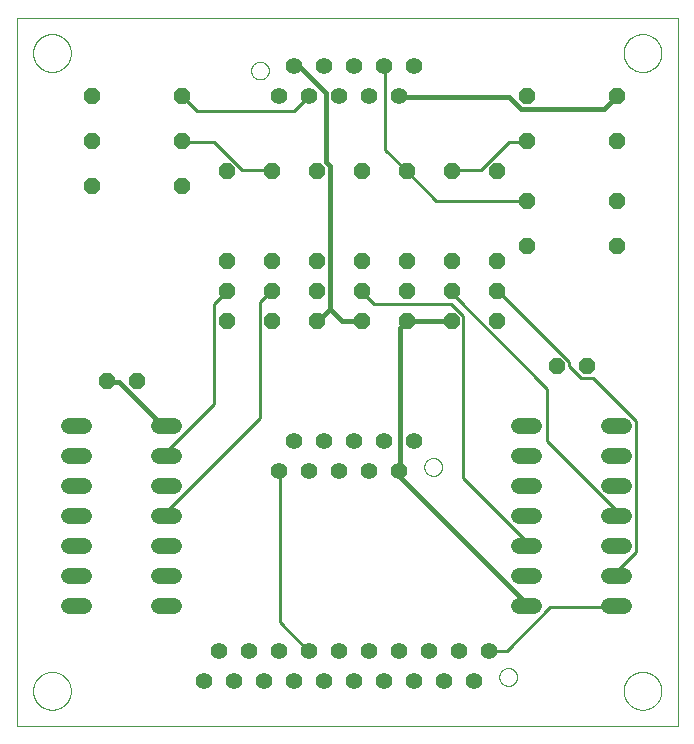
<source format=gbl>
G75*
%MOIN*%
%OFA0B0*%
%FSLAX25Y25*%
%IPPOS*%
%LPD*%
%AMOC8*
5,1,8,0,0,1.08239X$1,22.5*
%
%ADD10C,0.00000*%
%ADD11OC8,0.05200*%
%ADD12C,0.05200*%
%ADD13C,0.05600*%
%ADD14C,0.01600*%
%ADD15C,0.01000*%
D10*
X0001000Y0001000D02*
X0001000Y0237220D01*
X0221472Y0237220D01*
X0221472Y0001000D01*
X0001000Y0001000D01*
X0006512Y0012811D02*
X0006514Y0012969D01*
X0006520Y0013127D01*
X0006530Y0013285D01*
X0006544Y0013443D01*
X0006562Y0013600D01*
X0006583Y0013757D01*
X0006609Y0013913D01*
X0006639Y0014069D01*
X0006672Y0014224D01*
X0006710Y0014377D01*
X0006751Y0014530D01*
X0006796Y0014682D01*
X0006845Y0014833D01*
X0006898Y0014982D01*
X0006954Y0015130D01*
X0007014Y0015276D01*
X0007078Y0015421D01*
X0007146Y0015564D01*
X0007217Y0015706D01*
X0007291Y0015846D01*
X0007369Y0015983D01*
X0007451Y0016119D01*
X0007535Y0016253D01*
X0007624Y0016384D01*
X0007715Y0016513D01*
X0007810Y0016640D01*
X0007907Y0016765D01*
X0008008Y0016887D01*
X0008112Y0017006D01*
X0008219Y0017123D01*
X0008329Y0017237D01*
X0008442Y0017348D01*
X0008557Y0017457D01*
X0008675Y0017562D01*
X0008796Y0017664D01*
X0008919Y0017764D01*
X0009045Y0017860D01*
X0009173Y0017953D01*
X0009303Y0018043D01*
X0009436Y0018129D01*
X0009571Y0018213D01*
X0009707Y0018292D01*
X0009846Y0018369D01*
X0009987Y0018441D01*
X0010129Y0018511D01*
X0010273Y0018576D01*
X0010419Y0018638D01*
X0010566Y0018696D01*
X0010715Y0018751D01*
X0010865Y0018802D01*
X0011016Y0018849D01*
X0011168Y0018892D01*
X0011321Y0018931D01*
X0011476Y0018967D01*
X0011631Y0018998D01*
X0011787Y0019026D01*
X0011943Y0019050D01*
X0012100Y0019070D01*
X0012258Y0019086D01*
X0012415Y0019098D01*
X0012574Y0019106D01*
X0012732Y0019110D01*
X0012890Y0019110D01*
X0013048Y0019106D01*
X0013207Y0019098D01*
X0013364Y0019086D01*
X0013522Y0019070D01*
X0013679Y0019050D01*
X0013835Y0019026D01*
X0013991Y0018998D01*
X0014146Y0018967D01*
X0014301Y0018931D01*
X0014454Y0018892D01*
X0014606Y0018849D01*
X0014757Y0018802D01*
X0014907Y0018751D01*
X0015056Y0018696D01*
X0015203Y0018638D01*
X0015349Y0018576D01*
X0015493Y0018511D01*
X0015635Y0018441D01*
X0015776Y0018369D01*
X0015915Y0018292D01*
X0016051Y0018213D01*
X0016186Y0018129D01*
X0016319Y0018043D01*
X0016449Y0017953D01*
X0016577Y0017860D01*
X0016703Y0017764D01*
X0016826Y0017664D01*
X0016947Y0017562D01*
X0017065Y0017457D01*
X0017180Y0017348D01*
X0017293Y0017237D01*
X0017403Y0017123D01*
X0017510Y0017006D01*
X0017614Y0016887D01*
X0017715Y0016765D01*
X0017812Y0016640D01*
X0017907Y0016513D01*
X0017998Y0016384D01*
X0018087Y0016253D01*
X0018171Y0016119D01*
X0018253Y0015983D01*
X0018331Y0015846D01*
X0018405Y0015706D01*
X0018476Y0015564D01*
X0018544Y0015421D01*
X0018608Y0015276D01*
X0018668Y0015130D01*
X0018724Y0014982D01*
X0018777Y0014833D01*
X0018826Y0014682D01*
X0018871Y0014530D01*
X0018912Y0014377D01*
X0018950Y0014224D01*
X0018983Y0014069D01*
X0019013Y0013913D01*
X0019039Y0013757D01*
X0019060Y0013600D01*
X0019078Y0013443D01*
X0019092Y0013285D01*
X0019102Y0013127D01*
X0019108Y0012969D01*
X0019110Y0012811D01*
X0019108Y0012653D01*
X0019102Y0012495D01*
X0019092Y0012337D01*
X0019078Y0012179D01*
X0019060Y0012022D01*
X0019039Y0011865D01*
X0019013Y0011709D01*
X0018983Y0011553D01*
X0018950Y0011398D01*
X0018912Y0011245D01*
X0018871Y0011092D01*
X0018826Y0010940D01*
X0018777Y0010789D01*
X0018724Y0010640D01*
X0018668Y0010492D01*
X0018608Y0010346D01*
X0018544Y0010201D01*
X0018476Y0010058D01*
X0018405Y0009916D01*
X0018331Y0009776D01*
X0018253Y0009639D01*
X0018171Y0009503D01*
X0018087Y0009369D01*
X0017998Y0009238D01*
X0017907Y0009109D01*
X0017812Y0008982D01*
X0017715Y0008857D01*
X0017614Y0008735D01*
X0017510Y0008616D01*
X0017403Y0008499D01*
X0017293Y0008385D01*
X0017180Y0008274D01*
X0017065Y0008165D01*
X0016947Y0008060D01*
X0016826Y0007958D01*
X0016703Y0007858D01*
X0016577Y0007762D01*
X0016449Y0007669D01*
X0016319Y0007579D01*
X0016186Y0007493D01*
X0016051Y0007409D01*
X0015915Y0007330D01*
X0015776Y0007253D01*
X0015635Y0007181D01*
X0015493Y0007111D01*
X0015349Y0007046D01*
X0015203Y0006984D01*
X0015056Y0006926D01*
X0014907Y0006871D01*
X0014757Y0006820D01*
X0014606Y0006773D01*
X0014454Y0006730D01*
X0014301Y0006691D01*
X0014146Y0006655D01*
X0013991Y0006624D01*
X0013835Y0006596D01*
X0013679Y0006572D01*
X0013522Y0006552D01*
X0013364Y0006536D01*
X0013207Y0006524D01*
X0013048Y0006516D01*
X0012890Y0006512D01*
X0012732Y0006512D01*
X0012574Y0006516D01*
X0012415Y0006524D01*
X0012258Y0006536D01*
X0012100Y0006552D01*
X0011943Y0006572D01*
X0011787Y0006596D01*
X0011631Y0006624D01*
X0011476Y0006655D01*
X0011321Y0006691D01*
X0011168Y0006730D01*
X0011016Y0006773D01*
X0010865Y0006820D01*
X0010715Y0006871D01*
X0010566Y0006926D01*
X0010419Y0006984D01*
X0010273Y0007046D01*
X0010129Y0007111D01*
X0009987Y0007181D01*
X0009846Y0007253D01*
X0009707Y0007330D01*
X0009571Y0007409D01*
X0009436Y0007493D01*
X0009303Y0007579D01*
X0009173Y0007669D01*
X0009045Y0007762D01*
X0008919Y0007858D01*
X0008796Y0007958D01*
X0008675Y0008060D01*
X0008557Y0008165D01*
X0008442Y0008274D01*
X0008329Y0008385D01*
X0008219Y0008499D01*
X0008112Y0008616D01*
X0008008Y0008735D01*
X0007907Y0008857D01*
X0007810Y0008982D01*
X0007715Y0009109D01*
X0007624Y0009238D01*
X0007535Y0009369D01*
X0007451Y0009503D01*
X0007369Y0009639D01*
X0007291Y0009776D01*
X0007217Y0009916D01*
X0007146Y0010058D01*
X0007078Y0010201D01*
X0007014Y0010346D01*
X0006954Y0010492D01*
X0006898Y0010640D01*
X0006845Y0010789D01*
X0006796Y0010940D01*
X0006751Y0011092D01*
X0006710Y0011245D01*
X0006672Y0011398D01*
X0006639Y0011553D01*
X0006609Y0011709D01*
X0006583Y0011865D01*
X0006562Y0012022D01*
X0006544Y0012179D01*
X0006530Y0012337D01*
X0006520Y0012495D01*
X0006514Y0012653D01*
X0006512Y0012811D01*
X0136925Y0087437D02*
X0136927Y0087545D01*
X0136933Y0087654D01*
X0136943Y0087762D01*
X0136957Y0087869D01*
X0136975Y0087976D01*
X0136996Y0088083D01*
X0137022Y0088188D01*
X0137052Y0088293D01*
X0137085Y0088396D01*
X0137122Y0088498D01*
X0137163Y0088598D01*
X0137207Y0088697D01*
X0137256Y0088795D01*
X0137307Y0088890D01*
X0137362Y0088983D01*
X0137421Y0089075D01*
X0137483Y0089164D01*
X0137548Y0089251D01*
X0137616Y0089335D01*
X0137687Y0089417D01*
X0137761Y0089496D01*
X0137838Y0089572D01*
X0137918Y0089646D01*
X0138001Y0089716D01*
X0138086Y0089784D01*
X0138173Y0089848D01*
X0138263Y0089909D01*
X0138355Y0089967D01*
X0138449Y0090021D01*
X0138545Y0090072D01*
X0138642Y0090119D01*
X0138742Y0090163D01*
X0138843Y0090203D01*
X0138945Y0090239D01*
X0139048Y0090271D01*
X0139153Y0090300D01*
X0139259Y0090324D01*
X0139365Y0090345D01*
X0139472Y0090362D01*
X0139580Y0090375D01*
X0139688Y0090384D01*
X0139797Y0090389D01*
X0139905Y0090390D01*
X0140014Y0090387D01*
X0140122Y0090380D01*
X0140230Y0090369D01*
X0140337Y0090354D01*
X0140444Y0090335D01*
X0140550Y0090312D01*
X0140655Y0090286D01*
X0140760Y0090255D01*
X0140862Y0090221D01*
X0140964Y0090183D01*
X0141064Y0090141D01*
X0141163Y0090096D01*
X0141260Y0090047D01*
X0141354Y0089994D01*
X0141447Y0089938D01*
X0141538Y0089879D01*
X0141627Y0089816D01*
X0141713Y0089751D01*
X0141797Y0089682D01*
X0141878Y0089610D01*
X0141956Y0089535D01*
X0142032Y0089457D01*
X0142105Y0089376D01*
X0142175Y0089293D01*
X0142241Y0089208D01*
X0142305Y0089120D01*
X0142365Y0089029D01*
X0142422Y0088937D01*
X0142475Y0088842D01*
X0142525Y0088746D01*
X0142571Y0088648D01*
X0142614Y0088548D01*
X0142653Y0088447D01*
X0142688Y0088344D01*
X0142720Y0088241D01*
X0142747Y0088136D01*
X0142771Y0088030D01*
X0142791Y0087923D01*
X0142807Y0087816D01*
X0142819Y0087708D01*
X0142827Y0087600D01*
X0142831Y0087491D01*
X0142831Y0087383D01*
X0142827Y0087274D01*
X0142819Y0087166D01*
X0142807Y0087058D01*
X0142791Y0086951D01*
X0142771Y0086844D01*
X0142747Y0086738D01*
X0142720Y0086633D01*
X0142688Y0086530D01*
X0142653Y0086427D01*
X0142614Y0086326D01*
X0142571Y0086226D01*
X0142525Y0086128D01*
X0142475Y0086032D01*
X0142422Y0085937D01*
X0142365Y0085845D01*
X0142305Y0085754D01*
X0142241Y0085666D01*
X0142175Y0085581D01*
X0142105Y0085498D01*
X0142032Y0085417D01*
X0141956Y0085339D01*
X0141878Y0085264D01*
X0141797Y0085192D01*
X0141713Y0085123D01*
X0141627Y0085058D01*
X0141538Y0084995D01*
X0141447Y0084936D01*
X0141355Y0084880D01*
X0141260Y0084827D01*
X0141163Y0084778D01*
X0141064Y0084733D01*
X0140964Y0084691D01*
X0140862Y0084653D01*
X0140760Y0084619D01*
X0140655Y0084588D01*
X0140550Y0084562D01*
X0140444Y0084539D01*
X0140337Y0084520D01*
X0140230Y0084505D01*
X0140122Y0084494D01*
X0140014Y0084487D01*
X0139905Y0084484D01*
X0139797Y0084485D01*
X0139688Y0084490D01*
X0139580Y0084499D01*
X0139472Y0084512D01*
X0139365Y0084529D01*
X0139259Y0084550D01*
X0139153Y0084574D01*
X0139048Y0084603D01*
X0138945Y0084635D01*
X0138843Y0084671D01*
X0138742Y0084711D01*
X0138642Y0084755D01*
X0138545Y0084802D01*
X0138449Y0084853D01*
X0138355Y0084907D01*
X0138263Y0084965D01*
X0138173Y0085026D01*
X0138086Y0085090D01*
X0138001Y0085158D01*
X0137918Y0085228D01*
X0137838Y0085302D01*
X0137761Y0085378D01*
X0137687Y0085457D01*
X0137616Y0085539D01*
X0137548Y0085623D01*
X0137483Y0085710D01*
X0137421Y0085799D01*
X0137362Y0085891D01*
X0137307Y0085984D01*
X0137256Y0086079D01*
X0137207Y0086177D01*
X0137163Y0086276D01*
X0137122Y0086376D01*
X0137085Y0086478D01*
X0137052Y0086581D01*
X0137022Y0086686D01*
X0136996Y0086791D01*
X0136975Y0086898D01*
X0136957Y0087005D01*
X0136943Y0087112D01*
X0136933Y0087220D01*
X0136927Y0087329D01*
X0136925Y0087437D01*
X0161925Y0017437D02*
X0161927Y0017545D01*
X0161933Y0017654D01*
X0161943Y0017762D01*
X0161957Y0017869D01*
X0161975Y0017976D01*
X0161996Y0018083D01*
X0162022Y0018188D01*
X0162052Y0018293D01*
X0162085Y0018396D01*
X0162122Y0018498D01*
X0162163Y0018598D01*
X0162207Y0018697D01*
X0162256Y0018795D01*
X0162307Y0018890D01*
X0162362Y0018983D01*
X0162421Y0019075D01*
X0162483Y0019164D01*
X0162548Y0019251D01*
X0162616Y0019335D01*
X0162687Y0019417D01*
X0162761Y0019496D01*
X0162838Y0019572D01*
X0162918Y0019646D01*
X0163001Y0019716D01*
X0163086Y0019784D01*
X0163173Y0019848D01*
X0163263Y0019909D01*
X0163355Y0019967D01*
X0163449Y0020021D01*
X0163545Y0020072D01*
X0163642Y0020119D01*
X0163742Y0020163D01*
X0163843Y0020203D01*
X0163945Y0020239D01*
X0164048Y0020271D01*
X0164153Y0020300D01*
X0164259Y0020324D01*
X0164365Y0020345D01*
X0164472Y0020362D01*
X0164580Y0020375D01*
X0164688Y0020384D01*
X0164797Y0020389D01*
X0164905Y0020390D01*
X0165014Y0020387D01*
X0165122Y0020380D01*
X0165230Y0020369D01*
X0165337Y0020354D01*
X0165444Y0020335D01*
X0165550Y0020312D01*
X0165655Y0020286D01*
X0165760Y0020255D01*
X0165862Y0020221D01*
X0165964Y0020183D01*
X0166064Y0020141D01*
X0166163Y0020096D01*
X0166260Y0020047D01*
X0166354Y0019994D01*
X0166447Y0019938D01*
X0166538Y0019879D01*
X0166627Y0019816D01*
X0166713Y0019751D01*
X0166797Y0019682D01*
X0166878Y0019610D01*
X0166956Y0019535D01*
X0167032Y0019457D01*
X0167105Y0019376D01*
X0167175Y0019293D01*
X0167241Y0019208D01*
X0167305Y0019120D01*
X0167365Y0019029D01*
X0167422Y0018937D01*
X0167475Y0018842D01*
X0167525Y0018746D01*
X0167571Y0018648D01*
X0167614Y0018548D01*
X0167653Y0018447D01*
X0167688Y0018344D01*
X0167720Y0018241D01*
X0167747Y0018136D01*
X0167771Y0018030D01*
X0167791Y0017923D01*
X0167807Y0017816D01*
X0167819Y0017708D01*
X0167827Y0017600D01*
X0167831Y0017491D01*
X0167831Y0017383D01*
X0167827Y0017274D01*
X0167819Y0017166D01*
X0167807Y0017058D01*
X0167791Y0016951D01*
X0167771Y0016844D01*
X0167747Y0016738D01*
X0167720Y0016633D01*
X0167688Y0016530D01*
X0167653Y0016427D01*
X0167614Y0016326D01*
X0167571Y0016226D01*
X0167525Y0016128D01*
X0167475Y0016032D01*
X0167422Y0015937D01*
X0167365Y0015845D01*
X0167305Y0015754D01*
X0167241Y0015666D01*
X0167175Y0015581D01*
X0167105Y0015498D01*
X0167032Y0015417D01*
X0166956Y0015339D01*
X0166878Y0015264D01*
X0166797Y0015192D01*
X0166713Y0015123D01*
X0166627Y0015058D01*
X0166538Y0014995D01*
X0166447Y0014936D01*
X0166355Y0014880D01*
X0166260Y0014827D01*
X0166163Y0014778D01*
X0166064Y0014733D01*
X0165964Y0014691D01*
X0165862Y0014653D01*
X0165760Y0014619D01*
X0165655Y0014588D01*
X0165550Y0014562D01*
X0165444Y0014539D01*
X0165337Y0014520D01*
X0165230Y0014505D01*
X0165122Y0014494D01*
X0165014Y0014487D01*
X0164905Y0014484D01*
X0164797Y0014485D01*
X0164688Y0014490D01*
X0164580Y0014499D01*
X0164472Y0014512D01*
X0164365Y0014529D01*
X0164259Y0014550D01*
X0164153Y0014574D01*
X0164048Y0014603D01*
X0163945Y0014635D01*
X0163843Y0014671D01*
X0163742Y0014711D01*
X0163642Y0014755D01*
X0163545Y0014802D01*
X0163449Y0014853D01*
X0163355Y0014907D01*
X0163263Y0014965D01*
X0163173Y0015026D01*
X0163086Y0015090D01*
X0163001Y0015158D01*
X0162918Y0015228D01*
X0162838Y0015302D01*
X0162761Y0015378D01*
X0162687Y0015457D01*
X0162616Y0015539D01*
X0162548Y0015623D01*
X0162483Y0015710D01*
X0162421Y0015799D01*
X0162362Y0015891D01*
X0162307Y0015984D01*
X0162256Y0016079D01*
X0162207Y0016177D01*
X0162163Y0016276D01*
X0162122Y0016376D01*
X0162085Y0016478D01*
X0162052Y0016581D01*
X0162022Y0016686D01*
X0161996Y0016791D01*
X0161975Y0016898D01*
X0161957Y0017005D01*
X0161943Y0017112D01*
X0161933Y0017220D01*
X0161927Y0017329D01*
X0161925Y0017437D01*
X0203362Y0012811D02*
X0203364Y0012969D01*
X0203370Y0013127D01*
X0203380Y0013285D01*
X0203394Y0013443D01*
X0203412Y0013600D01*
X0203433Y0013757D01*
X0203459Y0013913D01*
X0203489Y0014069D01*
X0203522Y0014224D01*
X0203560Y0014377D01*
X0203601Y0014530D01*
X0203646Y0014682D01*
X0203695Y0014833D01*
X0203748Y0014982D01*
X0203804Y0015130D01*
X0203864Y0015276D01*
X0203928Y0015421D01*
X0203996Y0015564D01*
X0204067Y0015706D01*
X0204141Y0015846D01*
X0204219Y0015983D01*
X0204301Y0016119D01*
X0204385Y0016253D01*
X0204474Y0016384D01*
X0204565Y0016513D01*
X0204660Y0016640D01*
X0204757Y0016765D01*
X0204858Y0016887D01*
X0204962Y0017006D01*
X0205069Y0017123D01*
X0205179Y0017237D01*
X0205292Y0017348D01*
X0205407Y0017457D01*
X0205525Y0017562D01*
X0205646Y0017664D01*
X0205769Y0017764D01*
X0205895Y0017860D01*
X0206023Y0017953D01*
X0206153Y0018043D01*
X0206286Y0018129D01*
X0206421Y0018213D01*
X0206557Y0018292D01*
X0206696Y0018369D01*
X0206837Y0018441D01*
X0206979Y0018511D01*
X0207123Y0018576D01*
X0207269Y0018638D01*
X0207416Y0018696D01*
X0207565Y0018751D01*
X0207715Y0018802D01*
X0207866Y0018849D01*
X0208018Y0018892D01*
X0208171Y0018931D01*
X0208326Y0018967D01*
X0208481Y0018998D01*
X0208637Y0019026D01*
X0208793Y0019050D01*
X0208950Y0019070D01*
X0209108Y0019086D01*
X0209265Y0019098D01*
X0209424Y0019106D01*
X0209582Y0019110D01*
X0209740Y0019110D01*
X0209898Y0019106D01*
X0210057Y0019098D01*
X0210214Y0019086D01*
X0210372Y0019070D01*
X0210529Y0019050D01*
X0210685Y0019026D01*
X0210841Y0018998D01*
X0210996Y0018967D01*
X0211151Y0018931D01*
X0211304Y0018892D01*
X0211456Y0018849D01*
X0211607Y0018802D01*
X0211757Y0018751D01*
X0211906Y0018696D01*
X0212053Y0018638D01*
X0212199Y0018576D01*
X0212343Y0018511D01*
X0212485Y0018441D01*
X0212626Y0018369D01*
X0212765Y0018292D01*
X0212901Y0018213D01*
X0213036Y0018129D01*
X0213169Y0018043D01*
X0213299Y0017953D01*
X0213427Y0017860D01*
X0213553Y0017764D01*
X0213676Y0017664D01*
X0213797Y0017562D01*
X0213915Y0017457D01*
X0214030Y0017348D01*
X0214143Y0017237D01*
X0214253Y0017123D01*
X0214360Y0017006D01*
X0214464Y0016887D01*
X0214565Y0016765D01*
X0214662Y0016640D01*
X0214757Y0016513D01*
X0214848Y0016384D01*
X0214937Y0016253D01*
X0215021Y0016119D01*
X0215103Y0015983D01*
X0215181Y0015846D01*
X0215255Y0015706D01*
X0215326Y0015564D01*
X0215394Y0015421D01*
X0215458Y0015276D01*
X0215518Y0015130D01*
X0215574Y0014982D01*
X0215627Y0014833D01*
X0215676Y0014682D01*
X0215721Y0014530D01*
X0215762Y0014377D01*
X0215800Y0014224D01*
X0215833Y0014069D01*
X0215863Y0013913D01*
X0215889Y0013757D01*
X0215910Y0013600D01*
X0215928Y0013443D01*
X0215942Y0013285D01*
X0215952Y0013127D01*
X0215958Y0012969D01*
X0215960Y0012811D01*
X0215958Y0012653D01*
X0215952Y0012495D01*
X0215942Y0012337D01*
X0215928Y0012179D01*
X0215910Y0012022D01*
X0215889Y0011865D01*
X0215863Y0011709D01*
X0215833Y0011553D01*
X0215800Y0011398D01*
X0215762Y0011245D01*
X0215721Y0011092D01*
X0215676Y0010940D01*
X0215627Y0010789D01*
X0215574Y0010640D01*
X0215518Y0010492D01*
X0215458Y0010346D01*
X0215394Y0010201D01*
X0215326Y0010058D01*
X0215255Y0009916D01*
X0215181Y0009776D01*
X0215103Y0009639D01*
X0215021Y0009503D01*
X0214937Y0009369D01*
X0214848Y0009238D01*
X0214757Y0009109D01*
X0214662Y0008982D01*
X0214565Y0008857D01*
X0214464Y0008735D01*
X0214360Y0008616D01*
X0214253Y0008499D01*
X0214143Y0008385D01*
X0214030Y0008274D01*
X0213915Y0008165D01*
X0213797Y0008060D01*
X0213676Y0007958D01*
X0213553Y0007858D01*
X0213427Y0007762D01*
X0213299Y0007669D01*
X0213169Y0007579D01*
X0213036Y0007493D01*
X0212901Y0007409D01*
X0212765Y0007330D01*
X0212626Y0007253D01*
X0212485Y0007181D01*
X0212343Y0007111D01*
X0212199Y0007046D01*
X0212053Y0006984D01*
X0211906Y0006926D01*
X0211757Y0006871D01*
X0211607Y0006820D01*
X0211456Y0006773D01*
X0211304Y0006730D01*
X0211151Y0006691D01*
X0210996Y0006655D01*
X0210841Y0006624D01*
X0210685Y0006596D01*
X0210529Y0006572D01*
X0210372Y0006552D01*
X0210214Y0006536D01*
X0210057Y0006524D01*
X0209898Y0006516D01*
X0209740Y0006512D01*
X0209582Y0006512D01*
X0209424Y0006516D01*
X0209265Y0006524D01*
X0209108Y0006536D01*
X0208950Y0006552D01*
X0208793Y0006572D01*
X0208637Y0006596D01*
X0208481Y0006624D01*
X0208326Y0006655D01*
X0208171Y0006691D01*
X0208018Y0006730D01*
X0207866Y0006773D01*
X0207715Y0006820D01*
X0207565Y0006871D01*
X0207416Y0006926D01*
X0207269Y0006984D01*
X0207123Y0007046D01*
X0206979Y0007111D01*
X0206837Y0007181D01*
X0206696Y0007253D01*
X0206557Y0007330D01*
X0206421Y0007409D01*
X0206286Y0007493D01*
X0206153Y0007579D01*
X0206023Y0007669D01*
X0205895Y0007762D01*
X0205769Y0007858D01*
X0205646Y0007958D01*
X0205525Y0008060D01*
X0205407Y0008165D01*
X0205292Y0008274D01*
X0205179Y0008385D01*
X0205069Y0008499D01*
X0204962Y0008616D01*
X0204858Y0008735D01*
X0204757Y0008857D01*
X0204660Y0008982D01*
X0204565Y0009109D01*
X0204474Y0009238D01*
X0204385Y0009369D01*
X0204301Y0009503D01*
X0204219Y0009639D01*
X0204141Y0009776D01*
X0204067Y0009916D01*
X0203996Y0010058D01*
X0203928Y0010201D01*
X0203864Y0010346D01*
X0203804Y0010492D01*
X0203748Y0010640D01*
X0203695Y0010789D01*
X0203646Y0010940D01*
X0203601Y0011092D01*
X0203560Y0011245D01*
X0203522Y0011398D01*
X0203489Y0011553D01*
X0203459Y0011709D01*
X0203433Y0011865D01*
X0203412Y0012022D01*
X0203394Y0012179D01*
X0203380Y0012337D01*
X0203370Y0012495D01*
X0203364Y0012653D01*
X0203362Y0012811D01*
X0079169Y0219563D02*
X0079171Y0219671D01*
X0079177Y0219780D01*
X0079187Y0219888D01*
X0079201Y0219995D01*
X0079219Y0220102D01*
X0079240Y0220209D01*
X0079266Y0220314D01*
X0079296Y0220419D01*
X0079329Y0220522D01*
X0079366Y0220624D01*
X0079407Y0220724D01*
X0079451Y0220823D01*
X0079500Y0220921D01*
X0079551Y0221016D01*
X0079606Y0221109D01*
X0079665Y0221201D01*
X0079727Y0221290D01*
X0079792Y0221377D01*
X0079860Y0221461D01*
X0079931Y0221543D01*
X0080005Y0221622D01*
X0080082Y0221698D01*
X0080162Y0221772D01*
X0080245Y0221842D01*
X0080330Y0221910D01*
X0080417Y0221974D01*
X0080507Y0222035D01*
X0080599Y0222093D01*
X0080693Y0222147D01*
X0080789Y0222198D01*
X0080886Y0222245D01*
X0080986Y0222289D01*
X0081087Y0222329D01*
X0081189Y0222365D01*
X0081292Y0222397D01*
X0081397Y0222426D01*
X0081503Y0222450D01*
X0081609Y0222471D01*
X0081716Y0222488D01*
X0081824Y0222501D01*
X0081932Y0222510D01*
X0082041Y0222515D01*
X0082149Y0222516D01*
X0082258Y0222513D01*
X0082366Y0222506D01*
X0082474Y0222495D01*
X0082581Y0222480D01*
X0082688Y0222461D01*
X0082794Y0222438D01*
X0082899Y0222412D01*
X0083004Y0222381D01*
X0083106Y0222347D01*
X0083208Y0222309D01*
X0083308Y0222267D01*
X0083407Y0222222D01*
X0083504Y0222173D01*
X0083598Y0222120D01*
X0083691Y0222064D01*
X0083782Y0222005D01*
X0083871Y0221942D01*
X0083957Y0221877D01*
X0084041Y0221808D01*
X0084122Y0221736D01*
X0084200Y0221661D01*
X0084276Y0221583D01*
X0084349Y0221502D01*
X0084419Y0221419D01*
X0084485Y0221334D01*
X0084549Y0221246D01*
X0084609Y0221155D01*
X0084666Y0221063D01*
X0084719Y0220968D01*
X0084769Y0220872D01*
X0084815Y0220774D01*
X0084858Y0220674D01*
X0084897Y0220573D01*
X0084932Y0220470D01*
X0084964Y0220367D01*
X0084991Y0220262D01*
X0085015Y0220156D01*
X0085035Y0220049D01*
X0085051Y0219942D01*
X0085063Y0219834D01*
X0085071Y0219726D01*
X0085075Y0219617D01*
X0085075Y0219509D01*
X0085071Y0219400D01*
X0085063Y0219292D01*
X0085051Y0219184D01*
X0085035Y0219077D01*
X0085015Y0218970D01*
X0084991Y0218864D01*
X0084964Y0218759D01*
X0084932Y0218656D01*
X0084897Y0218553D01*
X0084858Y0218452D01*
X0084815Y0218352D01*
X0084769Y0218254D01*
X0084719Y0218158D01*
X0084666Y0218063D01*
X0084609Y0217971D01*
X0084549Y0217880D01*
X0084485Y0217792D01*
X0084419Y0217707D01*
X0084349Y0217624D01*
X0084276Y0217543D01*
X0084200Y0217465D01*
X0084122Y0217390D01*
X0084041Y0217318D01*
X0083957Y0217249D01*
X0083871Y0217184D01*
X0083782Y0217121D01*
X0083691Y0217062D01*
X0083599Y0217006D01*
X0083504Y0216953D01*
X0083407Y0216904D01*
X0083308Y0216859D01*
X0083208Y0216817D01*
X0083106Y0216779D01*
X0083004Y0216745D01*
X0082899Y0216714D01*
X0082794Y0216688D01*
X0082688Y0216665D01*
X0082581Y0216646D01*
X0082474Y0216631D01*
X0082366Y0216620D01*
X0082258Y0216613D01*
X0082149Y0216610D01*
X0082041Y0216611D01*
X0081932Y0216616D01*
X0081824Y0216625D01*
X0081716Y0216638D01*
X0081609Y0216655D01*
X0081503Y0216676D01*
X0081397Y0216700D01*
X0081292Y0216729D01*
X0081189Y0216761D01*
X0081087Y0216797D01*
X0080986Y0216837D01*
X0080886Y0216881D01*
X0080789Y0216928D01*
X0080693Y0216979D01*
X0080599Y0217033D01*
X0080507Y0217091D01*
X0080417Y0217152D01*
X0080330Y0217216D01*
X0080245Y0217284D01*
X0080162Y0217354D01*
X0080082Y0217428D01*
X0080005Y0217504D01*
X0079931Y0217583D01*
X0079860Y0217665D01*
X0079792Y0217749D01*
X0079727Y0217836D01*
X0079665Y0217925D01*
X0079606Y0218017D01*
X0079551Y0218110D01*
X0079500Y0218205D01*
X0079451Y0218303D01*
X0079407Y0218402D01*
X0079366Y0218502D01*
X0079329Y0218604D01*
X0079296Y0218707D01*
X0079266Y0218812D01*
X0079240Y0218917D01*
X0079219Y0219024D01*
X0079201Y0219131D01*
X0079187Y0219238D01*
X0079177Y0219346D01*
X0079171Y0219455D01*
X0079169Y0219563D01*
X0006512Y0225409D02*
X0006514Y0225567D01*
X0006520Y0225725D01*
X0006530Y0225883D01*
X0006544Y0226041D01*
X0006562Y0226198D01*
X0006583Y0226355D01*
X0006609Y0226511D01*
X0006639Y0226667D01*
X0006672Y0226822D01*
X0006710Y0226975D01*
X0006751Y0227128D01*
X0006796Y0227280D01*
X0006845Y0227431D01*
X0006898Y0227580D01*
X0006954Y0227728D01*
X0007014Y0227874D01*
X0007078Y0228019D01*
X0007146Y0228162D01*
X0007217Y0228304D01*
X0007291Y0228444D01*
X0007369Y0228581D01*
X0007451Y0228717D01*
X0007535Y0228851D01*
X0007624Y0228982D01*
X0007715Y0229111D01*
X0007810Y0229238D01*
X0007907Y0229363D01*
X0008008Y0229485D01*
X0008112Y0229604D01*
X0008219Y0229721D01*
X0008329Y0229835D01*
X0008442Y0229946D01*
X0008557Y0230055D01*
X0008675Y0230160D01*
X0008796Y0230262D01*
X0008919Y0230362D01*
X0009045Y0230458D01*
X0009173Y0230551D01*
X0009303Y0230641D01*
X0009436Y0230727D01*
X0009571Y0230811D01*
X0009707Y0230890D01*
X0009846Y0230967D01*
X0009987Y0231039D01*
X0010129Y0231109D01*
X0010273Y0231174D01*
X0010419Y0231236D01*
X0010566Y0231294D01*
X0010715Y0231349D01*
X0010865Y0231400D01*
X0011016Y0231447D01*
X0011168Y0231490D01*
X0011321Y0231529D01*
X0011476Y0231565D01*
X0011631Y0231596D01*
X0011787Y0231624D01*
X0011943Y0231648D01*
X0012100Y0231668D01*
X0012258Y0231684D01*
X0012415Y0231696D01*
X0012574Y0231704D01*
X0012732Y0231708D01*
X0012890Y0231708D01*
X0013048Y0231704D01*
X0013207Y0231696D01*
X0013364Y0231684D01*
X0013522Y0231668D01*
X0013679Y0231648D01*
X0013835Y0231624D01*
X0013991Y0231596D01*
X0014146Y0231565D01*
X0014301Y0231529D01*
X0014454Y0231490D01*
X0014606Y0231447D01*
X0014757Y0231400D01*
X0014907Y0231349D01*
X0015056Y0231294D01*
X0015203Y0231236D01*
X0015349Y0231174D01*
X0015493Y0231109D01*
X0015635Y0231039D01*
X0015776Y0230967D01*
X0015915Y0230890D01*
X0016051Y0230811D01*
X0016186Y0230727D01*
X0016319Y0230641D01*
X0016449Y0230551D01*
X0016577Y0230458D01*
X0016703Y0230362D01*
X0016826Y0230262D01*
X0016947Y0230160D01*
X0017065Y0230055D01*
X0017180Y0229946D01*
X0017293Y0229835D01*
X0017403Y0229721D01*
X0017510Y0229604D01*
X0017614Y0229485D01*
X0017715Y0229363D01*
X0017812Y0229238D01*
X0017907Y0229111D01*
X0017998Y0228982D01*
X0018087Y0228851D01*
X0018171Y0228717D01*
X0018253Y0228581D01*
X0018331Y0228444D01*
X0018405Y0228304D01*
X0018476Y0228162D01*
X0018544Y0228019D01*
X0018608Y0227874D01*
X0018668Y0227728D01*
X0018724Y0227580D01*
X0018777Y0227431D01*
X0018826Y0227280D01*
X0018871Y0227128D01*
X0018912Y0226975D01*
X0018950Y0226822D01*
X0018983Y0226667D01*
X0019013Y0226511D01*
X0019039Y0226355D01*
X0019060Y0226198D01*
X0019078Y0226041D01*
X0019092Y0225883D01*
X0019102Y0225725D01*
X0019108Y0225567D01*
X0019110Y0225409D01*
X0019108Y0225251D01*
X0019102Y0225093D01*
X0019092Y0224935D01*
X0019078Y0224777D01*
X0019060Y0224620D01*
X0019039Y0224463D01*
X0019013Y0224307D01*
X0018983Y0224151D01*
X0018950Y0223996D01*
X0018912Y0223843D01*
X0018871Y0223690D01*
X0018826Y0223538D01*
X0018777Y0223387D01*
X0018724Y0223238D01*
X0018668Y0223090D01*
X0018608Y0222944D01*
X0018544Y0222799D01*
X0018476Y0222656D01*
X0018405Y0222514D01*
X0018331Y0222374D01*
X0018253Y0222237D01*
X0018171Y0222101D01*
X0018087Y0221967D01*
X0017998Y0221836D01*
X0017907Y0221707D01*
X0017812Y0221580D01*
X0017715Y0221455D01*
X0017614Y0221333D01*
X0017510Y0221214D01*
X0017403Y0221097D01*
X0017293Y0220983D01*
X0017180Y0220872D01*
X0017065Y0220763D01*
X0016947Y0220658D01*
X0016826Y0220556D01*
X0016703Y0220456D01*
X0016577Y0220360D01*
X0016449Y0220267D01*
X0016319Y0220177D01*
X0016186Y0220091D01*
X0016051Y0220007D01*
X0015915Y0219928D01*
X0015776Y0219851D01*
X0015635Y0219779D01*
X0015493Y0219709D01*
X0015349Y0219644D01*
X0015203Y0219582D01*
X0015056Y0219524D01*
X0014907Y0219469D01*
X0014757Y0219418D01*
X0014606Y0219371D01*
X0014454Y0219328D01*
X0014301Y0219289D01*
X0014146Y0219253D01*
X0013991Y0219222D01*
X0013835Y0219194D01*
X0013679Y0219170D01*
X0013522Y0219150D01*
X0013364Y0219134D01*
X0013207Y0219122D01*
X0013048Y0219114D01*
X0012890Y0219110D01*
X0012732Y0219110D01*
X0012574Y0219114D01*
X0012415Y0219122D01*
X0012258Y0219134D01*
X0012100Y0219150D01*
X0011943Y0219170D01*
X0011787Y0219194D01*
X0011631Y0219222D01*
X0011476Y0219253D01*
X0011321Y0219289D01*
X0011168Y0219328D01*
X0011016Y0219371D01*
X0010865Y0219418D01*
X0010715Y0219469D01*
X0010566Y0219524D01*
X0010419Y0219582D01*
X0010273Y0219644D01*
X0010129Y0219709D01*
X0009987Y0219779D01*
X0009846Y0219851D01*
X0009707Y0219928D01*
X0009571Y0220007D01*
X0009436Y0220091D01*
X0009303Y0220177D01*
X0009173Y0220267D01*
X0009045Y0220360D01*
X0008919Y0220456D01*
X0008796Y0220556D01*
X0008675Y0220658D01*
X0008557Y0220763D01*
X0008442Y0220872D01*
X0008329Y0220983D01*
X0008219Y0221097D01*
X0008112Y0221214D01*
X0008008Y0221333D01*
X0007907Y0221455D01*
X0007810Y0221580D01*
X0007715Y0221707D01*
X0007624Y0221836D01*
X0007535Y0221967D01*
X0007451Y0222101D01*
X0007369Y0222237D01*
X0007291Y0222374D01*
X0007217Y0222514D01*
X0007146Y0222656D01*
X0007078Y0222799D01*
X0007014Y0222944D01*
X0006954Y0223090D01*
X0006898Y0223238D01*
X0006845Y0223387D01*
X0006796Y0223538D01*
X0006751Y0223690D01*
X0006710Y0223843D01*
X0006672Y0223996D01*
X0006639Y0224151D01*
X0006609Y0224307D01*
X0006583Y0224463D01*
X0006562Y0224620D01*
X0006544Y0224777D01*
X0006530Y0224935D01*
X0006520Y0225093D01*
X0006514Y0225251D01*
X0006512Y0225409D01*
X0203362Y0225409D02*
X0203364Y0225567D01*
X0203370Y0225725D01*
X0203380Y0225883D01*
X0203394Y0226041D01*
X0203412Y0226198D01*
X0203433Y0226355D01*
X0203459Y0226511D01*
X0203489Y0226667D01*
X0203522Y0226822D01*
X0203560Y0226975D01*
X0203601Y0227128D01*
X0203646Y0227280D01*
X0203695Y0227431D01*
X0203748Y0227580D01*
X0203804Y0227728D01*
X0203864Y0227874D01*
X0203928Y0228019D01*
X0203996Y0228162D01*
X0204067Y0228304D01*
X0204141Y0228444D01*
X0204219Y0228581D01*
X0204301Y0228717D01*
X0204385Y0228851D01*
X0204474Y0228982D01*
X0204565Y0229111D01*
X0204660Y0229238D01*
X0204757Y0229363D01*
X0204858Y0229485D01*
X0204962Y0229604D01*
X0205069Y0229721D01*
X0205179Y0229835D01*
X0205292Y0229946D01*
X0205407Y0230055D01*
X0205525Y0230160D01*
X0205646Y0230262D01*
X0205769Y0230362D01*
X0205895Y0230458D01*
X0206023Y0230551D01*
X0206153Y0230641D01*
X0206286Y0230727D01*
X0206421Y0230811D01*
X0206557Y0230890D01*
X0206696Y0230967D01*
X0206837Y0231039D01*
X0206979Y0231109D01*
X0207123Y0231174D01*
X0207269Y0231236D01*
X0207416Y0231294D01*
X0207565Y0231349D01*
X0207715Y0231400D01*
X0207866Y0231447D01*
X0208018Y0231490D01*
X0208171Y0231529D01*
X0208326Y0231565D01*
X0208481Y0231596D01*
X0208637Y0231624D01*
X0208793Y0231648D01*
X0208950Y0231668D01*
X0209108Y0231684D01*
X0209265Y0231696D01*
X0209424Y0231704D01*
X0209582Y0231708D01*
X0209740Y0231708D01*
X0209898Y0231704D01*
X0210057Y0231696D01*
X0210214Y0231684D01*
X0210372Y0231668D01*
X0210529Y0231648D01*
X0210685Y0231624D01*
X0210841Y0231596D01*
X0210996Y0231565D01*
X0211151Y0231529D01*
X0211304Y0231490D01*
X0211456Y0231447D01*
X0211607Y0231400D01*
X0211757Y0231349D01*
X0211906Y0231294D01*
X0212053Y0231236D01*
X0212199Y0231174D01*
X0212343Y0231109D01*
X0212485Y0231039D01*
X0212626Y0230967D01*
X0212765Y0230890D01*
X0212901Y0230811D01*
X0213036Y0230727D01*
X0213169Y0230641D01*
X0213299Y0230551D01*
X0213427Y0230458D01*
X0213553Y0230362D01*
X0213676Y0230262D01*
X0213797Y0230160D01*
X0213915Y0230055D01*
X0214030Y0229946D01*
X0214143Y0229835D01*
X0214253Y0229721D01*
X0214360Y0229604D01*
X0214464Y0229485D01*
X0214565Y0229363D01*
X0214662Y0229238D01*
X0214757Y0229111D01*
X0214848Y0228982D01*
X0214937Y0228851D01*
X0215021Y0228717D01*
X0215103Y0228581D01*
X0215181Y0228444D01*
X0215255Y0228304D01*
X0215326Y0228162D01*
X0215394Y0228019D01*
X0215458Y0227874D01*
X0215518Y0227728D01*
X0215574Y0227580D01*
X0215627Y0227431D01*
X0215676Y0227280D01*
X0215721Y0227128D01*
X0215762Y0226975D01*
X0215800Y0226822D01*
X0215833Y0226667D01*
X0215863Y0226511D01*
X0215889Y0226355D01*
X0215910Y0226198D01*
X0215928Y0226041D01*
X0215942Y0225883D01*
X0215952Y0225725D01*
X0215958Y0225567D01*
X0215960Y0225409D01*
X0215958Y0225251D01*
X0215952Y0225093D01*
X0215942Y0224935D01*
X0215928Y0224777D01*
X0215910Y0224620D01*
X0215889Y0224463D01*
X0215863Y0224307D01*
X0215833Y0224151D01*
X0215800Y0223996D01*
X0215762Y0223843D01*
X0215721Y0223690D01*
X0215676Y0223538D01*
X0215627Y0223387D01*
X0215574Y0223238D01*
X0215518Y0223090D01*
X0215458Y0222944D01*
X0215394Y0222799D01*
X0215326Y0222656D01*
X0215255Y0222514D01*
X0215181Y0222374D01*
X0215103Y0222237D01*
X0215021Y0222101D01*
X0214937Y0221967D01*
X0214848Y0221836D01*
X0214757Y0221707D01*
X0214662Y0221580D01*
X0214565Y0221455D01*
X0214464Y0221333D01*
X0214360Y0221214D01*
X0214253Y0221097D01*
X0214143Y0220983D01*
X0214030Y0220872D01*
X0213915Y0220763D01*
X0213797Y0220658D01*
X0213676Y0220556D01*
X0213553Y0220456D01*
X0213427Y0220360D01*
X0213299Y0220267D01*
X0213169Y0220177D01*
X0213036Y0220091D01*
X0212901Y0220007D01*
X0212765Y0219928D01*
X0212626Y0219851D01*
X0212485Y0219779D01*
X0212343Y0219709D01*
X0212199Y0219644D01*
X0212053Y0219582D01*
X0211906Y0219524D01*
X0211757Y0219469D01*
X0211607Y0219418D01*
X0211456Y0219371D01*
X0211304Y0219328D01*
X0211151Y0219289D01*
X0210996Y0219253D01*
X0210841Y0219222D01*
X0210685Y0219194D01*
X0210529Y0219170D01*
X0210372Y0219150D01*
X0210214Y0219134D01*
X0210057Y0219122D01*
X0209898Y0219114D01*
X0209740Y0219110D01*
X0209582Y0219110D01*
X0209424Y0219114D01*
X0209265Y0219122D01*
X0209108Y0219134D01*
X0208950Y0219150D01*
X0208793Y0219170D01*
X0208637Y0219194D01*
X0208481Y0219222D01*
X0208326Y0219253D01*
X0208171Y0219289D01*
X0208018Y0219328D01*
X0207866Y0219371D01*
X0207715Y0219418D01*
X0207565Y0219469D01*
X0207416Y0219524D01*
X0207269Y0219582D01*
X0207123Y0219644D01*
X0206979Y0219709D01*
X0206837Y0219779D01*
X0206696Y0219851D01*
X0206557Y0219928D01*
X0206421Y0220007D01*
X0206286Y0220091D01*
X0206153Y0220177D01*
X0206023Y0220267D01*
X0205895Y0220360D01*
X0205769Y0220456D01*
X0205646Y0220556D01*
X0205525Y0220658D01*
X0205407Y0220763D01*
X0205292Y0220872D01*
X0205179Y0220983D01*
X0205069Y0221097D01*
X0204962Y0221214D01*
X0204858Y0221333D01*
X0204757Y0221455D01*
X0204660Y0221580D01*
X0204565Y0221707D01*
X0204474Y0221836D01*
X0204385Y0221967D01*
X0204301Y0222101D01*
X0204219Y0222237D01*
X0204141Y0222374D01*
X0204067Y0222514D01*
X0203996Y0222656D01*
X0203928Y0222799D01*
X0203864Y0222944D01*
X0203804Y0223090D01*
X0203748Y0223238D01*
X0203695Y0223387D01*
X0203646Y0223538D01*
X0203601Y0223690D01*
X0203560Y0223843D01*
X0203522Y0223996D01*
X0203489Y0224151D01*
X0203459Y0224307D01*
X0203433Y0224463D01*
X0203412Y0224620D01*
X0203394Y0224777D01*
X0203380Y0224935D01*
X0203370Y0225093D01*
X0203364Y0225251D01*
X0203362Y0225409D01*
D11*
X0201000Y0211000D03*
X0201000Y0196000D03*
X0201000Y0176000D03*
X0201000Y0161000D03*
X0171000Y0161000D03*
X0161000Y0156000D03*
X0161000Y0146000D03*
X0161000Y0136000D03*
X0146000Y0136000D03*
X0146000Y0146000D03*
X0146000Y0156000D03*
X0131000Y0156000D03*
X0131000Y0146000D03*
X0131000Y0136000D03*
X0116000Y0136000D03*
X0116000Y0146000D03*
X0116000Y0156000D03*
X0101000Y0156000D03*
X0101000Y0146000D03*
X0101000Y0136000D03*
X0086000Y0136000D03*
X0086000Y0146000D03*
X0086000Y0156000D03*
X0071000Y0156000D03*
X0071000Y0146000D03*
X0071000Y0136000D03*
X0041000Y0116000D03*
X0031000Y0116000D03*
X0026000Y0181000D03*
X0026000Y0196000D03*
X0026000Y0211000D03*
X0056000Y0211000D03*
X0056000Y0196000D03*
X0071000Y0186000D03*
X0056000Y0181000D03*
X0086000Y0186000D03*
X0101000Y0186000D03*
X0116000Y0186000D03*
X0131000Y0186000D03*
X0146000Y0186000D03*
X0161000Y0186000D03*
X0171000Y0196000D03*
X0171000Y0211000D03*
X0171000Y0176000D03*
X0181000Y0121000D03*
X0191000Y0121000D03*
D12*
X0198400Y0101000D02*
X0203600Y0101000D01*
X0203600Y0091000D02*
X0198400Y0091000D01*
X0198400Y0081000D02*
X0203600Y0081000D01*
X0203600Y0071000D02*
X0198400Y0071000D01*
X0198400Y0061000D02*
X0203600Y0061000D01*
X0203600Y0051000D02*
X0198400Y0051000D01*
X0198400Y0041000D02*
X0203600Y0041000D01*
X0173600Y0041000D02*
X0168400Y0041000D01*
X0168400Y0051000D02*
X0173600Y0051000D01*
X0173600Y0061000D02*
X0168400Y0061000D01*
X0168400Y0071000D02*
X0173600Y0071000D01*
X0173600Y0081000D02*
X0168400Y0081000D01*
X0168400Y0091000D02*
X0173600Y0091000D01*
X0173600Y0101000D02*
X0168400Y0101000D01*
X0053600Y0101000D02*
X0048400Y0101000D01*
X0048400Y0091000D02*
X0053600Y0091000D01*
X0053600Y0081000D02*
X0048400Y0081000D01*
X0048400Y0071000D02*
X0053600Y0071000D01*
X0053600Y0061000D02*
X0048400Y0061000D01*
X0048400Y0051000D02*
X0053600Y0051000D01*
X0053600Y0041000D02*
X0048400Y0041000D01*
X0023600Y0041000D02*
X0018400Y0041000D01*
X0018400Y0051000D02*
X0023600Y0051000D01*
X0023600Y0061000D02*
X0018400Y0061000D01*
X0018400Y0071000D02*
X0023600Y0071000D01*
X0023600Y0081000D02*
X0018400Y0081000D01*
X0018400Y0091000D02*
X0023600Y0091000D01*
X0023600Y0101000D02*
X0018400Y0101000D01*
D13*
X0088500Y0086000D03*
X0093500Y0096000D03*
X0103500Y0096000D03*
X0098500Y0086000D03*
X0108500Y0086000D03*
X0113500Y0096000D03*
X0123500Y0096000D03*
X0118500Y0086000D03*
X0128500Y0086000D03*
X0133500Y0096000D03*
X0128500Y0026000D03*
X0118500Y0026000D03*
X0113500Y0016000D03*
X0123500Y0016000D03*
X0133500Y0016000D03*
X0143500Y0016000D03*
X0153500Y0016000D03*
X0148500Y0026000D03*
X0138500Y0026000D03*
X0158500Y0026000D03*
X0108500Y0026000D03*
X0098500Y0026000D03*
X0093500Y0016000D03*
X0103500Y0016000D03*
X0088500Y0026000D03*
X0078500Y0026000D03*
X0073500Y0016000D03*
X0083500Y0016000D03*
X0068500Y0026000D03*
X0063500Y0016000D03*
X0088500Y0211000D03*
X0093500Y0221000D03*
X0103500Y0221000D03*
X0098500Y0211000D03*
X0108500Y0211000D03*
X0113500Y0221000D03*
X0123500Y0221000D03*
X0118500Y0211000D03*
X0128500Y0211000D03*
X0133500Y0221000D03*
D14*
X0128500Y0211000D02*
X0128800Y0210700D01*
X0165250Y0210700D01*
X0169300Y0206650D01*
X0196750Y0206650D01*
X0200800Y0210700D01*
X0201000Y0211000D01*
X0146000Y0136000D02*
X0131000Y0136000D01*
X0130600Y0135550D01*
X0128800Y0133750D01*
X0128800Y0086500D01*
X0128500Y0086000D01*
X0128800Y0085600D01*
X0128800Y0084250D01*
X0170650Y0042400D01*
X0170650Y0041050D01*
X0171000Y0041000D01*
X0116000Y0136000D02*
X0109450Y0136000D01*
X0105400Y0140050D01*
X0101350Y0136000D01*
X0101000Y0136000D01*
X0105400Y0140050D02*
X0105400Y0187750D01*
X0104050Y0189100D01*
X0104050Y0212050D01*
X0095500Y0220600D01*
X0093700Y0220600D01*
X0093500Y0221000D01*
X0035200Y0115750D02*
X0031150Y0115750D01*
X0031000Y0116000D01*
X0035200Y0115750D02*
X0049600Y0101350D01*
X0050950Y0101350D01*
X0051000Y0101000D01*
D15*
X0051400Y0093250D02*
X0066700Y0108550D01*
X0066700Y0141850D01*
X0070750Y0145900D01*
X0071000Y0146000D01*
X0082000Y0142300D02*
X0085600Y0145900D01*
X0086000Y0146000D01*
X0082000Y0142300D02*
X0082000Y0103600D01*
X0051400Y0073000D01*
X0051400Y0071200D01*
X0051000Y0071000D01*
X0051000Y0091000D02*
X0051400Y0091000D01*
X0051400Y0093250D01*
X0088500Y0086000D02*
X0088750Y0085600D01*
X0088750Y0035650D01*
X0098200Y0026200D01*
X0098500Y0026000D01*
X0149950Y0083800D02*
X0149950Y0137800D01*
X0145900Y0141850D01*
X0120250Y0141850D01*
X0116200Y0145900D01*
X0116000Y0146000D01*
X0140950Y0176050D02*
X0131000Y0186000D01*
X0123850Y0193150D01*
X0123850Y0220600D01*
X0123500Y0221000D01*
X0098500Y0211000D02*
X0093500Y0206000D01*
X0061000Y0206000D01*
X0056000Y0211000D01*
X0056000Y0196000D02*
X0056350Y0195850D01*
X0066700Y0195850D01*
X0076150Y0186400D01*
X0085600Y0186400D01*
X0086000Y0186000D01*
X0140950Y0176050D02*
X0170650Y0176050D01*
X0171000Y0176000D01*
X0155800Y0186400D02*
X0165250Y0195850D01*
X0170650Y0195850D01*
X0171000Y0196000D01*
X0155800Y0186400D02*
X0146350Y0186400D01*
X0146000Y0186000D01*
X0146000Y0146000D02*
X0146350Y0145900D01*
X0146350Y0145000D01*
X0177850Y0113500D01*
X0177850Y0095950D01*
X0200800Y0073000D01*
X0200800Y0071200D01*
X0201000Y0071000D01*
X0207550Y0059050D02*
X0207550Y0102700D01*
X0193150Y0117100D01*
X0189100Y0117100D01*
X0185050Y0121150D01*
X0185050Y0122500D01*
X0161200Y0146350D01*
X0161000Y0146000D01*
X0149950Y0083800D02*
X0170650Y0063100D01*
X0170650Y0061300D01*
X0171000Y0061000D01*
X0178750Y0040600D02*
X0164350Y0026200D01*
X0158500Y0026200D01*
X0158500Y0026000D01*
X0178750Y0040600D02*
X0200800Y0040600D01*
X0201000Y0041000D01*
X0201000Y0051000D02*
X0201250Y0051400D01*
X0201250Y0052750D01*
X0207550Y0059050D01*
M02*

</source>
